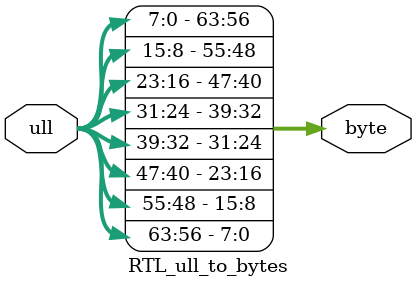
<source format=v>
module RTL_ull_to_bytes(ull,byte);
input wire [63:0] ull; // 8x8 = 64
//input   wire            CLK;
//input   wire            RST;
//input   wire            start_in;
output  [63:0] byte;
//output  reg valid_out;

//always @(posedge CLK or negedge RST)	
//	begin
//		if(RST == 1'b0) begin
//			byte 			<= 64'b0;
//			valid_out 			<= 1'b0;
//		end
//		else begin
//			if(start_in) begin
assign 			 byte[63:56] = ull[7:0] ;
assign 			 byte[55:48] = ull[15:8];
assign 			 byte[47:40] = ull[23:16];
assign 			 byte[39:32] = ull[31:24];
assign 			 byte[31:24] = ull[39:32];
assign 			 byte[23:16] = ull[47:40];
assign 			 byte[15:8] = ull[55:48];
assign 			 byte[7:0] = ull[63:56];    
//				valid_out 			<= 1'b1;
//			end
//			else begin
//				byte			<= ull;
//				valid_out 			<= valid_out;
//			end
//		end
//	end

endmodule
</source>
